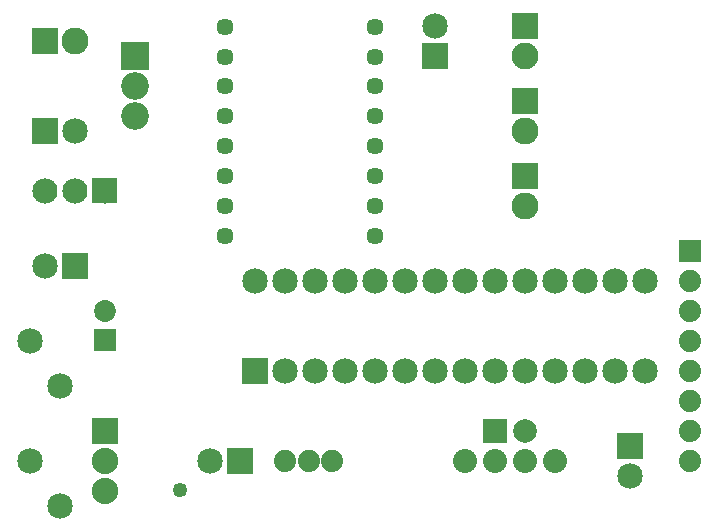
<source format=gbs>
G04 MADE WITH FRITZING*
G04 WWW.FRITZING.ORG*
G04 DOUBLE SIDED*
G04 HOLES PLATED*
G04 CONTOUR ON CENTER OF CONTOUR VECTOR*
%ASAXBY*%
%FSLAX23Y23*%
%MOIN*%
%OFA0B0*%
%SFA1.0B1.0*%
%ADD10C,0.074000*%
%ADD11C,0.092000*%
%ADD12C,0.085000*%
%ADD13C,0.088000*%
%ADD14C,0.090000*%
%ADD15C,0.072992*%
%ADD16C,0.079000*%
%ADD17C,0.080000*%
%ADD18C,0.084000*%
%ADD19C,0.057222*%
%ADD20C,0.049370*%
%ADD21C,0.089370*%
%ADD22R,0.092000X0.092000*%
%ADD23R,0.074000X0.074000*%
%ADD24R,0.085000X0.085000*%
%ADD25R,0.088000X0.088000*%
%ADD26R,0.090000X0.090000*%
%ADD27R,0.072992X0.072992*%
%ADD28R,0.079000X0.079000*%
%ADD29R,0.089370X0.089370*%
%ADD30R,0.001000X0.001000*%
%LNMASK0*%
G90*
G70*
G54D10*
X919Y201D03*
X998Y201D03*
X1076Y201D03*
G54D11*
X419Y1551D03*
X419Y1451D03*
X419Y1351D03*
G54D10*
X2269Y901D03*
X2269Y801D03*
X2269Y701D03*
X2269Y601D03*
X2269Y501D03*
X2269Y401D03*
X2269Y301D03*
X2269Y201D03*
G54D12*
X819Y501D03*
X819Y801D03*
X919Y501D03*
X919Y801D03*
X1019Y501D03*
X1019Y801D03*
X1119Y501D03*
X1119Y801D03*
X1219Y501D03*
X1219Y801D03*
X1319Y501D03*
X1319Y801D03*
X1419Y501D03*
X1419Y801D03*
X1519Y501D03*
X1519Y801D03*
X1619Y501D03*
X1619Y801D03*
X1719Y501D03*
X1719Y801D03*
X1819Y501D03*
X1819Y801D03*
X1919Y501D03*
X1919Y801D03*
X2019Y501D03*
X2019Y801D03*
X2119Y501D03*
X2119Y801D03*
G54D13*
X319Y301D03*
X319Y201D03*
X319Y101D03*
G54D14*
X1719Y1151D03*
X1719Y1051D03*
X1719Y1401D03*
X1719Y1301D03*
X119Y1601D03*
X219Y1601D03*
G54D12*
X2069Y251D03*
X2069Y151D03*
X119Y1301D03*
X219Y1301D03*
G54D15*
X319Y602D03*
X319Y701D03*
G54D16*
X1619Y301D03*
X1719Y301D03*
G54D17*
X1819Y201D03*
X1719Y201D03*
X1619Y201D03*
X1519Y201D03*
G54D12*
X769Y201D03*
X669Y201D03*
G54D18*
X319Y1101D03*
X219Y1101D03*
X119Y1101D03*
G54D19*
X719Y1647D03*
X719Y1547D03*
X719Y1448D03*
X719Y1349D03*
X719Y1249D03*
X719Y1150D03*
X719Y1051D03*
X719Y951D03*
X1218Y1647D03*
X1218Y1547D03*
X1218Y1448D03*
X1218Y1349D03*
X1218Y1249D03*
X1218Y1150D03*
X1218Y1051D03*
X1218Y951D03*
G54D12*
X1419Y1551D03*
X1419Y1651D03*
G54D20*
X568Y102D03*
G54D12*
X69Y601D03*
X69Y201D03*
X219Y851D03*
X119Y851D03*
X169Y451D03*
X169Y51D03*
G54D21*
X1719Y1651D03*
X1719Y1551D03*
G54D22*
X419Y1551D03*
G54D23*
X2269Y901D03*
G54D24*
X819Y501D03*
G54D25*
X319Y301D03*
G54D26*
X1719Y1151D03*
X1719Y1401D03*
X119Y1601D03*
G54D24*
X2069Y251D03*
X119Y1301D03*
G54D27*
X319Y602D03*
G54D28*
X1619Y301D03*
G54D24*
X769Y201D03*
X1419Y1551D03*
X219Y851D03*
G54D29*
X1719Y1651D03*
G54D30*
X277Y1143D02*
X360Y1143D01*
X277Y1142D02*
X360Y1142D01*
X277Y1141D02*
X360Y1141D01*
X277Y1140D02*
X360Y1140D01*
X277Y1139D02*
X360Y1139D01*
X277Y1138D02*
X360Y1138D01*
X277Y1137D02*
X360Y1137D01*
X277Y1136D02*
X360Y1136D01*
X277Y1135D02*
X360Y1135D01*
X277Y1134D02*
X360Y1134D01*
X277Y1133D02*
X360Y1133D01*
X277Y1132D02*
X360Y1132D01*
X277Y1131D02*
X360Y1131D01*
X277Y1130D02*
X360Y1130D01*
X277Y1129D02*
X360Y1129D01*
X277Y1128D02*
X360Y1128D01*
X277Y1127D02*
X360Y1127D01*
X277Y1126D02*
X360Y1126D01*
X277Y1125D02*
X360Y1125D01*
X277Y1124D02*
X360Y1124D01*
X277Y1123D02*
X360Y1123D01*
X277Y1122D02*
X360Y1122D01*
X277Y1121D02*
X360Y1121D01*
X277Y1120D02*
X360Y1120D01*
X277Y1119D02*
X360Y1119D01*
X277Y1118D02*
X360Y1118D01*
X277Y1117D02*
X360Y1117D01*
X277Y1116D02*
X360Y1116D01*
X277Y1115D02*
X312Y1115D01*
X324Y1115D02*
X360Y1115D01*
X277Y1114D02*
X310Y1114D01*
X327Y1114D02*
X360Y1114D01*
X277Y1113D02*
X309Y1113D01*
X328Y1113D02*
X360Y1113D01*
X277Y1112D02*
X307Y1112D01*
X329Y1112D02*
X360Y1112D01*
X277Y1111D02*
X306Y1111D01*
X330Y1111D02*
X360Y1111D01*
X277Y1110D02*
X306Y1110D01*
X331Y1110D02*
X360Y1110D01*
X277Y1109D02*
X305Y1109D01*
X332Y1109D02*
X360Y1109D01*
X277Y1108D02*
X305Y1108D01*
X332Y1108D02*
X360Y1108D01*
X277Y1107D02*
X304Y1107D01*
X332Y1107D02*
X360Y1107D01*
X277Y1106D02*
X304Y1106D01*
X333Y1106D02*
X360Y1106D01*
X277Y1105D02*
X304Y1105D01*
X333Y1105D02*
X360Y1105D01*
X277Y1104D02*
X303Y1104D01*
X333Y1104D02*
X360Y1104D01*
X277Y1103D02*
X303Y1103D01*
X333Y1103D02*
X360Y1103D01*
X277Y1102D02*
X303Y1102D01*
X333Y1102D02*
X360Y1102D01*
X277Y1101D02*
X303Y1101D01*
X333Y1101D02*
X360Y1101D01*
X277Y1100D02*
X303Y1100D01*
X333Y1100D02*
X360Y1100D01*
X277Y1099D02*
X303Y1099D01*
X333Y1099D02*
X360Y1099D01*
X277Y1098D02*
X303Y1098D01*
X333Y1098D02*
X360Y1098D01*
X277Y1097D02*
X304Y1097D01*
X333Y1097D02*
X360Y1097D01*
X277Y1096D02*
X304Y1096D01*
X333Y1096D02*
X360Y1096D01*
X277Y1095D02*
X304Y1095D01*
X332Y1095D02*
X360Y1095D01*
X277Y1094D02*
X305Y1094D01*
X332Y1094D02*
X360Y1094D01*
X277Y1093D02*
X305Y1093D01*
X331Y1093D02*
X360Y1093D01*
X277Y1092D02*
X306Y1092D01*
X331Y1092D02*
X360Y1092D01*
X277Y1091D02*
X307Y1091D01*
X330Y1091D02*
X360Y1091D01*
X277Y1090D02*
X308Y1090D01*
X329Y1090D02*
X360Y1090D01*
X277Y1089D02*
X309Y1089D01*
X328Y1089D02*
X360Y1089D01*
X277Y1088D02*
X311Y1088D01*
X326Y1088D02*
X360Y1088D01*
X277Y1087D02*
X314Y1087D01*
X323Y1087D02*
X360Y1087D01*
X277Y1086D02*
X360Y1086D01*
X277Y1085D02*
X360Y1085D01*
X277Y1084D02*
X360Y1084D01*
X277Y1083D02*
X360Y1083D01*
X277Y1082D02*
X360Y1082D01*
X277Y1081D02*
X360Y1081D01*
X277Y1080D02*
X360Y1080D01*
X277Y1079D02*
X360Y1079D01*
X277Y1078D02*
X360Y1078D01*
X277Y1077D02*
X360Y1077D01*
X277Y1076D02*
X360Y1076D01*
X277Y1075D02*
X360Y1075D01*
X277Y1074D02*
X360Y1074D01*
X277Y1073D02*
X360Y1073D01*
X277Y1072D02*
X360Y1072D01*
X277Y1071D02*
X360Y1071D01*
X277Y1070D02*
X360Y1070D01*
X277Y1069D02*
X360Y1069D01*
X277Y1068D02*
X360Y1068D01*
X277Y1067D02*
X360Y1067D01*
X277Y1066D02*
X360Y1066D01*
X277Y1065D02*
X360Y1065D01*
X277Y1064D02*
X360Y1064D01*
X277Y1063D02*
X360Y1063D01*
X277Y1062D02*
X360Y1062D01*
X277Y1061D02*
X360Y1061D01*
X277Y1060D02*
X360Y1060D01*
D02*
G04 End of Mask0*
M02*
</source>
